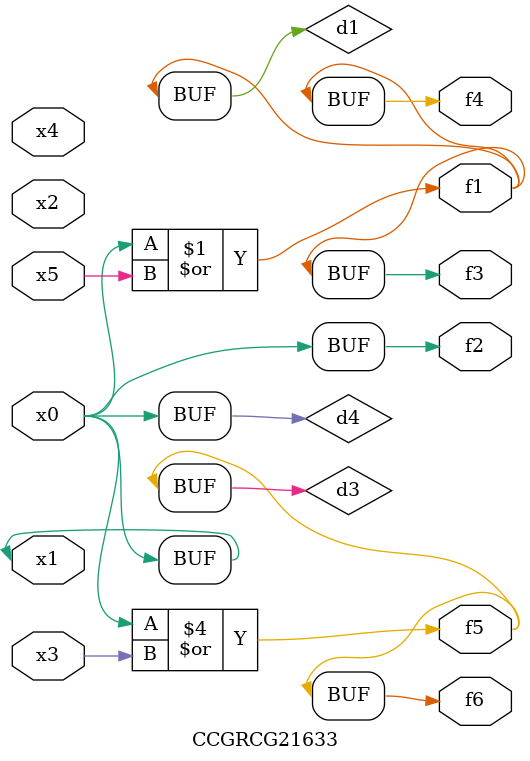
<source format=v>
module CCGRCG21633(
	input x0, x1, x2, x3, x4, x5,
	output f1, f2, f3, f4, f5, f6
);

	wire d1, d2, d3, d4;

	or (d1, x0, x5);
	xnor (d2, x1, x4);
	or (d3, x0, x3);
	buf (d4, x0, x1);
	assign f1 = d1;
	assign f2 = d4;
	assign f3 = d1;
	assign f4 = d1;
	assign f5 = d3;
	assign f6 = d3;
endmodule

</source>
